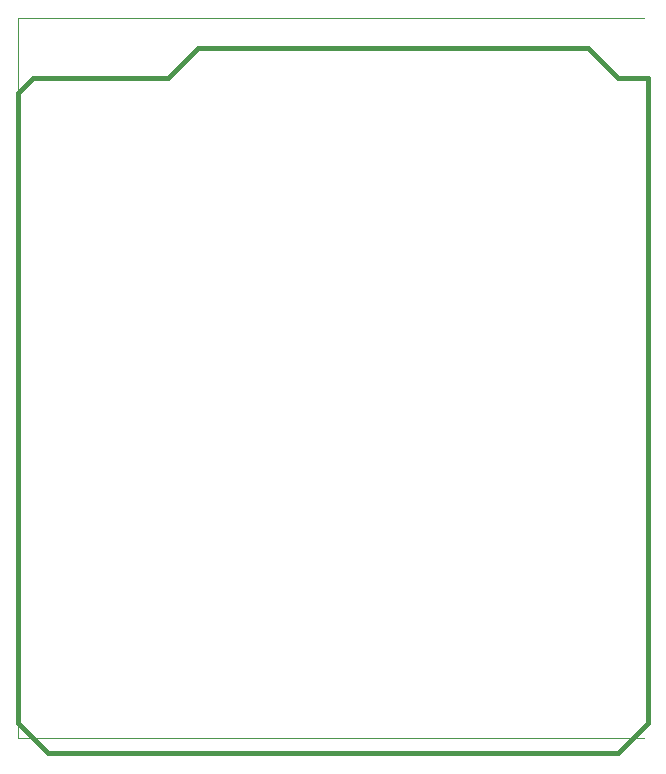
<source format=gbo>
G75*
%MOIN*%
%OFA0B0*%
%FSLAX24Y24*%
%IPPOS*%
%LPD*%
%AMOC8*
5,1,8,0,0,1.08239X$1,22.5*
%
%ADD10C,0.0000*%
%ADD11C,0.0160*%
D10*
X000500Y006752D02*
X000500Y007252D01*
X000500Y006752D02*
X021370Y006752D01*
X021370Y030748D02*
X000500Y030748D01*
X000500Y028252D01*
D11*
X000500Y007252D02*
X001500Y006252D01*
X020500Y006252D01*
X021500Y007252D01*
X021500Y028752D01*
X020500Y028752D01*
X019500Y029752D01*
X006500Y029752D01*
X005500Y028752D01*
X001000Y028752D01*
X000500Y028252D01*
X000500Y007252D01*
M02*

</source>
